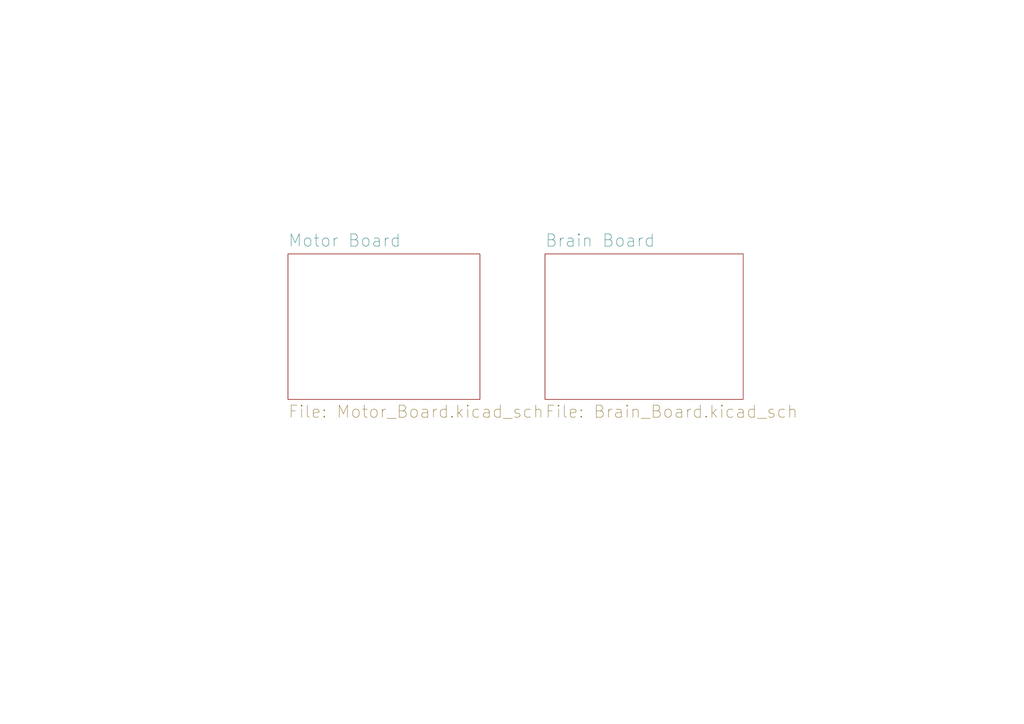
<source format=kicad_sch>
(kicad_sch (version 20211123) (generator eeschema)
  (paper "A3")
  (lib_symbols)
  (sheet (at 118.11 104.14) (size 78.74 59.69)
    (property "Sheet name" "Motor Board" (at 118.11 101.5615 0) (effects (font (size 5.0038 5.0038)) (justify left bottom)))
    (property "Sheet file" "Motor_Board.kicad_sch" (at 118.11 165.9081 0) (effects (font (size 5.0038 5.0038)) (justify left top)))
  )
  (sheet (at 223.52 104.14) (size 81.28 59.69)
    (property "Sheet name" "Brain Board" (at 223.52 101.5615 0) (effects (font (size 5.0038 5.0038)) (justify left bottom)))
    (property "Sheet file" "Brain_Board.kicad_sch" (at 223.52 165.9081 0) (effects (font (size 5.0038 5.0038)) (justify left top)))
  )
)
</source>
